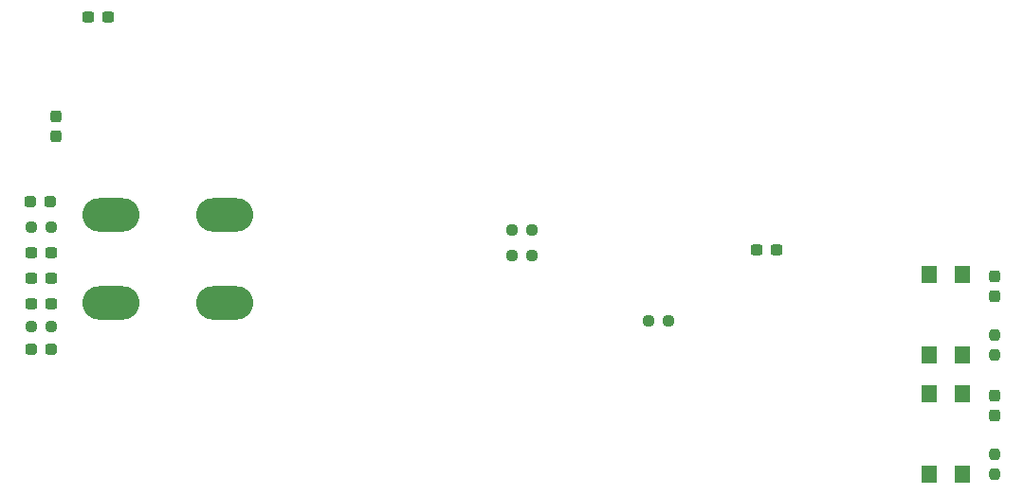
<source format=gbr>
G04 #@! TF.GenerationSoftware,KiCad,Pcbnew,7.0.5*
G04 #@! TF.CreationDate,2023-11-15T14:25:37-06:00*
G04 #@! TF.ProjectId,RotatingSignalStack_board,526f7461-7469-46e6-9753-69676e616c53,rev?*
G04 #@! TF.SameCoordinates,Original*
G04 #@! TF.FileFunction,Paste,Top*
G04 #@! TF.FilePolarity,Positive*
%FSLAX46Y46*%
G04 Gerber Fmt 4.6, Leading zero omitted, Abs format (unit mm)*
G04 Created by KiCad (PCBNEW 7.0.5) date 2023-11-15 14:25:37*
%MOMM*%
%LPD*%
G01*
G04 APERTURE LIST*
G04 Aperture macros list*
%AMRoundRect*
0 Rectangle with rounded corners*
0 $1 Rounding radius*
0 $2 $3 $4 $5 $6 $7 $8 $9 X,Y pos of 4 corners*
0 Add a 4 corners polygon primitive as box body*
4,1,4,$2,$3,$4,$5,$6,$7,$8,$9,$2,$3,0*
0 Add four circle primitives for the rounded corners*
1,1,$1+$1,$2,$3*
1,1,$1+$1,$4,$5*
1,1,$1+$1,$6,$7*
1,1,$1+$1,$8,$9*
0 Add four rect primitives between the rounded corners*
20,1,$1+$1,$2,$3,$4,$5,0*
20,1,$1+$1,$4,$5,$6,$7,0*
20,1,$1+$1,$6,$7,$8,$9,0*
20,1,$1+$1,$8,$9,$2,$3,0*%
G04 Aperture macros list end*
%ADD10RoundRect,0.237500X0.237500X-0.250000X0.237500X0.250000X-0.237500X0.250000X-0.237500X-0.250000X0*%
%ADD11RoundRect,0.237500X-0.300000X-0.237500X0.300000X-0.237500X0.300000X0.237500X-0.300000X0.237500X0*%
%ADD12R,1.400000X1.600000*%
%ADD13RoundRect,0.237500X0.300000X0.237500X-0.300000X0.237500X-0.300000X-0.237500X0.300000X-0.237500X0*%
%ADD14O,5.100000X3.000000*%
%ADD15RoundRect,0.237500X-0.250000X-0.237500X0.250000X-0.237500X0.250000X0.237500X-0.250000X0.237500X0*%
%ADD16RoundRect,0.237500X0.250000X0.237500X-0.250000X0.237500X-0.250000X-0.237500X0.250000X-0.237500X0*%
%ADD17RoundRect,0.237500X0.287500X0.237500X-0.287500X0.237500X-0.287500X-0.237500X0.287500X-0.237500X0*%
%ADD18RoundRect,0.237500X-0.237500X0.287500X-0.237500X-0.287500X0.237500X-0.287500X0.237500X0.287500X0*%
%ADD19RoundRect,0.237500X0.237500X-0.300000X0.237500X0.300000X-0.237500X0.300000X-0.237500X-0.300000X0*%
G04 APERTURE END LIST*
D10*
G04 #@! TO.C,R7*
X188722000Y-99615000D03*
X188722000Y-97790000D03*
G04 #@! TD*
D11*
G04 #@! TO.C,C5*
X107849500Y-69342000D03*
X109574500Y-69342000D03*
G04 #@! TD*
D12*
G04 #@! TO.C,SW1*
X182904000Y-110280000D03*
X182904000Y-103080000D03*
X185904000Y-110280000D03*
X185904000Y-103080000D03*
G04 #@! TD*
D13*
G04 #@! TO.C,C3*
X104494500Y-92710000D03*
X102769500Y-92710000D03*
G04 #@! TD*
D14*
G04 #@! TO.C,Conn2*
X120027700Y-87072500D03*
X120027700Y-94946500D03*
G04 #@! TD*
D15*
G04 #@! TO.C,R5*
X145645500Y-90678000D03*
X147470500Y-90678000D03*
G04 #@! TD*
D12*
G04 #@! TO.C,SW2*
X182904000Y-99612000D03*
X182904000Y-92412000D03*
X185904000Y-99612000D03*
X185904000Y-92412000D03*
G04 #@! TD*
D16*
G04 #@! TO.C,R3*
X159662500Y-96520000D03*
X157837500Y-96520000D03*
G04 #@! TD*
D13*
G04 #@! TO.C,C4*
X104494500Y-90424000D03*
X102769500Y-90424000D03*
G04 #@! TD*
D15*
G04 #@! TO.C,R1*
X102719500Y-97028000D03*
X104544500Y-97028000D03*
G04 #@! TD*
D17*
G04 #@! TO.C,D2*
X104394000Y-85852000D03*
X102644000Y-85852000D03*
G04 #@! TD*
D18*
G04 #@! TO.C,D3*
X188722000Y-103265000D03*
X188722000Y-105015000D03*
G04 #@! TD*
G04 #@! TO.C,D4*
X188722000Y-92597000D03*
X188722000Y-94347000D03*
G04 #@! TD*
D14*
G04 #@! TO.C,Conn1*
X109867700Y-87072500D03*
X109867700Y-94946500D03*
G04 #@! TD*
D16*
G04 #@! TO.C,R2*
X104544500Y-88138000D03*
X102719500Y-88138000D03*
G04 #@! TD*
D19*
G04 #@! TO.C,C2*
X104902000Y-80010000D03*
X104902000Y-78285000D03*
G04 #@! TD*
D13*
G04 #@! TO.C,C1*
X104494500Y-94996000D03*
X102769500Y-94996000D03*
G04 #@! TD*
D15*
G04 #@! TO.C,R4*
X145645500Y-88392000D03*
X147470500Y-88392000D03*
G04 #@! TD*
D10*
G04 #@! TO.C,R6*
X188722000Y-110283000D03*
X188722000Y-108458000D03*
G04 #@! TD*
D17*
G04 #@! TO.C,D1*
X104507000Y-99060000D03*
X102757000Y-99060000D03*
G04 #@! TD*
D11*
G04 #@! TO.C,C6*
X167539500Y-90170000D03*
X169264500Y-90170000D03*
G04 #@! TD*
M02*

</source>
